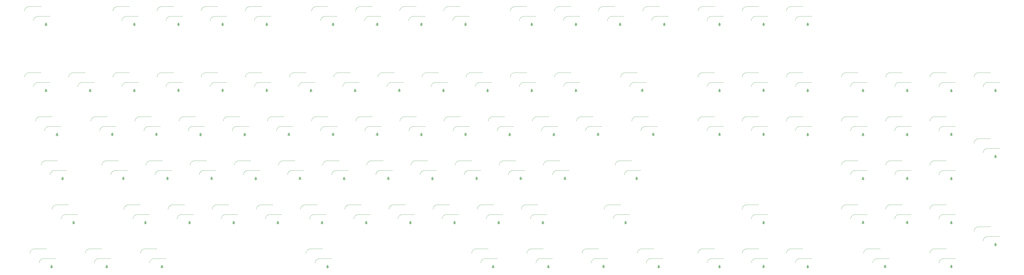
<source format=gbr>
%TF.GenerationSoftware,KiCad,Pcbnew,8.0.5*%
%TF.CreationDate,2025-06-07T17:07:02-07:00*%
%TF.ProjectId,Full Keyboard,46756c6c-204b-4657-9962-6f6172642e6b,2.0.0*%
%TF.SameCoordinates,Original*%
%TF.FileFunction,Legend,Bot*%
%TF.FilePolarity,Positive*%
%FSLAX46Y46*%
G04 Gerber Fmt 4.6, Leading zero omitted, Abs format (unit mm)*
G04 Created by KiCad (PCBNEW 8.0.5) date 2025-06-07 17:07:02*
%MOMM*%
%LPD*%
G01*
G04 APERTURE LIST*
%ADD10C,0.150000*%
%ADD11C,0.120000*%
G04 APERTURE END LIST*
D10*
D11*
%TO.C,"3"1*%
X165794946Y-251260029D02*
X170894946Y-251260029D01*
X169694946Y-255460029D02*
X174794946Y-255460029D01*
X163794946Y-253260029D02*
G75*
G02*
X165794946Y-251260029I1999999J1D01*
G01*
X167694946Y-257460029D02*
G75*
G02*
X169694946Y-255460029I1999999J1D01*
G01*
%TO.C,F5*%
X232469946Y-222685029D02*
X237569946Y-222685029D01*
X236369946Y-226885029D02*
X241469946Y-226885029D01*
X230469946Y-224685029D02*
G75*
G02*
X232469946Y-222685029I1999999J1D01*
G01*
X234369946Y-228885029D02*
G75*
G02*
X236369946Y-226885029I1999999J1D01*
G01*
%TO.C,PgDn1*%
X437257446Y-270310029D02*
X442357446Y-270310029D01*
X441157446Y-274510029D02*
X446257446Y-274510029D01*
X435257446Y-272310029D02*
G75*
G02*
X437257446Y-270310029I1999999J1D01*
G01*
X439157446Y-276510029D02*
G75*
G02*
X441157446Y-274510029I1999999J1D01*
G01*
%TO.C,Space1*%
X230088696Y-327460029D02*
X235188696Y-327460029D01*
X233988696Y-331660029D02*
X239088696Y-331660029D01*
X228088696Y-329460029D02*
G75*
G02*
X230088696Y-327460029I1999999J1D01*
G01*
X231988696Y-333660029D02*
G75*
G02*
X233988696Y-331660029I1999999J1D01*
G01*
%TO.C,"0"1*%
X299144946Y-251260029D02*
X304244946Y-251260029D01*
X303044946Y-255460029D02*
X308144946Y-255460029D01*
X297144946Y-253260029D02*
G75*
G02*
X299144946Y-251260029I1999999J1D01*
G01*
X301044946Y-257460029D02*
G75*
G02*
X303044946Y-255460029I1999999J1D01*
G01*
%TO.C,LeftWin1*%
X134838696Y-327460029D02*
X139938696Y-327460029D01*
X138738696Y-331660029D02*
X143838696Y-331660029D01*
X132838696Y-329460029D02*
G75*
G02*
X134838696Y-327460029I1999999J1D01*
G01*
X136738696Y-333660029D02*
G75*
G02*
X138738696Y-331660029I1999999J1D01*
G01*
%TO.C,}1*%
X346769946Y-270310029D02*
X351869946Y-270310029D01*
X350669946Y-274510029D02*
X355769946Y-274510029D01*
X344769946Y-272310029D02*
G75*
G02*
X346769946Y-270310029I1999999J1D01*
G01*
X348669946Y-276510029D02*
G75*
G02*
X350669946Y-274510029I1999999J1D01*
G01*
%TO.C,Tilde1*%
X108644946Y-251260029D02*
X113744946Y-251260029D01*
X112544946Y-255460029D02*
X117644946Y-255460029D01*
X106644946Y-253260029D02*
G75*
G02*
X108644946Y-251260029I1999999J1D01*
G01*
X110544946Y-257460029D02*
G75*
G02*
X112544946Y-255460029I1999999J1D01*
G01*
%TO.C,End1*%
X418207446Y-270310029D02*
X423307446Y-270310029D01*
X422107446Y-274510029D02*
X427207446Y-274510029D01*
X416207446Y-272310029D02*
G75*
G02*
X418207446Y-270310029I1999999J1D01*
G01*
X420107446Y-276510029D02*
G75*
G02*
X422107446Y-274510029I1999999J1D01*
G01*
%TO.C,Num+1*%
X518219946Y-279835029D02*
X523319946Y-279835029D01*
X522119946Y-284035029D02*
X527219946Y-284035029D01*
X516219946Y-281835029D02*
G75*
G02*
X518219946Y-279835029I1999999J1D01*
G01*
X520119946Y-286035029D02*
G75*
G02*
X522119946Y-284035029I1999999J1D01*
G01*
%TO.C,;1*%
X313432446Y-289360029D02*
X318532446Y-289360029D01*
X317332446Y-293560029D02*
X322432446Y-293560029D01*
X311432446Y-291360029D02*
G75*
G02*
X313432446Y-289360029I1999999J1D01*
G01*
X315332446Y-295560029D02*
G75*
G02*
X317332446Y-293560029I1999999J1D01*
G01*
%TO.C,\u005C1*%
X370582446Y-270310029D02*
X375682446Y-270310029D01*
X374482446Y-274510029D02*
X379582446Y-274510029D01*
X368582446Y-272310029D02*
G75*
G02*
X370582446Y-270310029I1999999J1D01*
G01*
X372482446Y-276510029D02*
G75*
G02*
X374482446Y-274510029I1999999J1D01*
G01*
%TO.C,D105*%
X180082446Y-289360029D02*
X185182446Y-289360029D01*
X183982446Y-293560029D02*
X189082446Y-293560029D01*
X178082446Y-291360029D02*
G75*
G02*
X180082446Y-289360029I1999999J1D01*
G01*
X181982446Y-295560029D02*
G75*
G02*
X183982446Y-293560029I1999999J1D01*
G01*
%TO.C,"1"1*%
X127694946Y-251260029D02*
X132794946Y-251260029D01*
X131594946Y-255460029D02*
X136694946Y-255460029D01*
X125694946Y-253260029D02*
G75*
G02*
X127694946Y-251260029I1999999J1D01*
G01*
X129594946Y-257460029D02*
G75*
G02*
X131594946Y-255460029I1999999J1D01*
G01*
%TO.C,Backspace1*%
X365819946Y-251260029D02*
X370919946Y-251260029D01*
X369719946Y-255460029D02*
X374819946Y-255460029D01*
X363819946Y-253260029D02*
G75*
G02*
X365819946Y-251260029I1999999J1D01*
G01*
X367719946Y-257460029D02*
G75*
G02*
X369719946Y-255460029I1999999J1D01*
G01*
%TO.C,"8"1*%
X261044946Y-251260029D02*
X266144946Y-251260029D01*
X264944946Y-255460029D02*
X270044946Y-255460029D01*
X259044946Y-253260029D02*
G75*
G02*
X261044946Y-251260029I1999999J1D01*
G01*
X262944946Y-257460029D02*
G75*
G02*
X264944946Y-255460029I1999999J1D01*
G01*
%TO.C,RightControl1*%
X372963696Y-327460029D02*
X378063696Y-327460029D01*
X376863696Y-331660029D02*
X381963696Y-331660029D01*
X370963696Y-329460029D02*
G75*
G02*
X372963696Y-327460029I1999999J1D01*
G01*
X374863696Y-333660029D02*
G75*
G02*
X376863696Y-331660029I1999999J1D01*
G01*
%TO.C,LeftArrow1*%
X399157446Y-327460029D02*
X404257446Y-327460029D01*
X403057446Y-331660029D02*
X408157446Y-331660029D01*
X397157446Y-329460029D02*
G75*
G02*
X399157446Y-327460029I1999999J1D01*
G01*
X401057446Y-333660029D02*
G75*
G02*
X403057446Y-331660029I1999999J1D01*
G01*
%TO.C,PgUp1*%
X437257446Y-251260029D02*
X442357446Y-251260029D01*
X441157446Y-255460029D02*
X446257446Y-255460029D01*
X435257446Y-253260029D02*
G75*
G02*
X437257446Y-251260029I1999999J1D01*
G01*
X439157446Y-257460029D02*
G75*
G02*
X441157446Y-255460029I1999999J1D01*
G01*
%TO.C,J2*%
X256282446Y-289360029D02*
X261382446Y-289360029D01*
X260182446Y-293560029D02*
X265282446Y-293560029D01*
X254282446Y-291360029D02*
G75*
G02*
X256282446Y-289360029I1999999J1D01*
G01*
X258182446Y-295560029D02*
G75*
G02*
X260182446Y-293560029I1999999J1D01*
G01*
%TO.C,Num3*%
X499169946Y-308410029D02*
X504269946Y-308410029D01*
X503069946Y-312610029D02*
X508169946Y-312610029D01*
X497169946Y-310410029D02*
G75*
G02*
X499169946Y-308410029I1999999J1D01*
G01*
X501069946Y-314610029D02*
G75*
G02*
X503069946Y-312610029I1999999J1D01*
G01*
%TO.C,P1*%
X308669946Y-270310029D02*
X313769946Y-270310029D01*
X312569946Y-274510029D02*
X317669946Y-274510029D01*
X306669946Y-272310029D02*
G75*
G02*
X308669946Y-270310029I1999999J1D01*
G01*
X310569946Y-276510029D02*
G75*
G02*
X312569946Y-274510029I1999999J1D01*
G01*
%TO.C,Num.1*%
X499169946Y-327460029D02*
X504269946Y-327460029D01*
X503069946Y-331660029D02*
X508169946Y-331660029D01*
X497169946Y-329460029D02*
G75*
G02*
X499169946Y-327460029I1999999J1D01*
G01*
X501069946Y-333660029D02*
G75*
G02*
X503069946Y-331660029I1999999J1D01*
G01*
%TO.C,"4"1*%
X184844946Y-251260029D02*
X189944946Y-251260029D01*
X188744946Y-255460029D02*
X193844946Y-255460029D01*
X182844946Y-253260029D02*
G75*
G02*
X184844946Y-251260029I1999999J1D01*
G01*
X186744946Y-257460029D02*
G75*
G02*
X188744946Y-255460029I1999999J1D01*
G01*
%TO.C,Home1*%
X418207446Y-251260029D02*
X423307446Y-251260029D01*
X422107446Y-255460029D02*
X427207446Y-255460029D01*
X416207446Y-253260029D02*
G75*
G02*
X418207446Y-251260029I1999999J1D01*
G01*
X420107446Y-257460029D02*
G75*
G02*
X422107446Y-255460029I1999999J1D01*
G01*
%TO.C,Num-1*%
X518219946Y-251260029D02*
X523319946Y-251260029D01*
X522119946Y-255460029D02*
X527219946Y-255460029D01*
X516219946Y-253260029D02*
G75*
G02*
X518219946Y-251260029I1999999J1D01*
G01*
X520119946Y-257460029D02*
G75*
G02*
X522119946Y-255460029I1999999J1D01*
G01*
%TO.C,F10*%
X337194946Y-222685029D02*
X342294946Y-222685029D01*
X341094946Y-226885029D02*
X346194946Y-226885029D01*
X335194946Y-224685029D02*
G75*
G02*
X337194946Y-222685029I1999999J1D01*
G01*
X339094946Y-228885029D02*
G75*
G02*
X341094946Y-226885029I1999999J1D01*
G01*
%TO.C,F8*%
X289469946Y-222685029D02*
X294569946Y-222685029D01*
X293369946Y-226885029D02*
X298469946Y-226885029D01*
X287469946Y-224685029D02*
G75*
G02*
X289469946Y-222685029I1999999J1D01*
G01*
X291369946Y-228885029D02*
G75*
G02*
X293369946Y-226885029I1999999J1D01*
G01*
%TO.C,F4*%
X203894946Y-222685029D02*
X208994946Y-222685029D01*
X207794946Y-226885029D02*
X212894946Y-226885029D01*
X201894946Y-224685029D02*
G75*
G02*
X203894946Y-222685029I1999999J1D01*
G01*
X205794946Y-228885029D02*
G75*
G02*
X207794946Y-226885029I1999999J1D01*
G01*
%TO.C,"1*%
X332482446Y-289360029D02*
X337582446Y-289360029D01*
X336382446Y-293560029D02*
X341482446Y-293560029D01*
X330482446Y-291360029D02*
G75*
G02*
X332482446Y-289360029I1999999J1D01*
G01*
X334382446Y-295560029D02*
G75*
G02*
X336382446Y-293560029I1999999J1D01*
G01*
%TO.C,Func1*%
X146744946Y-222685029D02*
X151844946Y-222685029D01*
X150644946Y-226885029D02*
X155744946Y-226885029D01*
X144744946Y-224685029D02*
G75*
G02*
X146744946Y-222685029I1999999J1D01*
G01*
X148644946Y-228885029D02*
G75*
G02*
X150644946Y-226885029I1999999J1D01*
G01*
%TO.C,"5"1*%
X203894946Y-251260029D02*
X208994946Y-251260029D01*
X207794946Y-255460029D02*
X212894946Y-255460029D01*
X201894946Y-253260029D02*
G75*
G02*
X203894946Y-251260029I1999999J1D01*
G01*
X205794946Y-257460029D02*
G75*
G02*
X207794946Y-255460029I1999999J1D01*
G01*
%TO.C,"-"1*%
X318194946Y-251260029D02*
X323294946Y-251260029D01*
X322094946Y-255460029D02*
X327194946Y-255460029D01*
X316194946Y-253260029D02*
G75*
G02*
X318194946Y-251260029I1999999J1D01*
G01*
X320094946Y-257460029D02*
G75*
G02*
X322094946Y-255460029I1999999J1D01*
G01*
%TO.C,"6"1*%
X222944946Y-251260029D02*
X228044946Y-251260029D01*
X226844946Y-255460029D02*
X231944946Y-255460029D01*
X220944946Y-253260029D02*
G75*
G02*
X222944946Y-251260029I1999999J1D01*
G01*
X224844946Y-257460029D02*
G75*
G02*
X226844946Y-255460029I1999999J1D01*
G01*
%TO.C,F13*%
X199132446Y-289360029D02*
X204232446Y-289360029D01*
X203032446Y-293560029D02*
X208132446Y-293560029D01*
X197132446Y-291360029D02*
G75*
G02*
X199132446Y-289360029I1999999J1D01*
G01*
X201032446Y-295560029D02*
G75*
G02*
X203032446Y-293560029I1999999J1D01*
G01*
%TO.C,L1*%
X294382446Y-289360029D02*
X299482446Y-289360029D01*
X298282446Y-293560029D02*
X303382446Y-293560029D01*
X292382446Y-291360029D02*
G75*
G02*
X294382446Y-289360029I1999999J1D01*
G01*
X296282446Y-295560029D02*
G75*
G02*
X298282446Y-293560029I1999999J1D01*
G01*
%TO.C,Shift1*%
X120551196Y-308410029D02*
X125651196Y-308410029D01*
X124451196Y-312610029D02*
X129551196Y-312610029D01*
X118551196Y-310410029D02*
G75*
G02*
X120551196Y-308410029I1999999J1D01*
G01*
X122451196Y-314610029D02*
G75*
G02*
X124451196Y-312610029I1999999J1D01*
G01*
%TO.C,Delete1*%
X399157446Y-270310029D02*
X404257446Y-270310029D01*
X403057446Y-274510029D02*
X408157446Y-274510029D01*
X397157446Y-272310029D02*
G75*
G02*
X399157446Y-270310029I1999999J1D01*
G01*
X401057446Y-276510029D02*
G75*
G02*
X403057446Y-274510029I1999999J1D01*
G01*
%TO.C,Num9*%
X499169946Y-270310029D02*
X504269946Y-270310029D01*
X503069946Y-274510029D02*
X508169946Y-274510029D01*
X497169946Y-272310029D02*
G75*
G02*
X499169946Y-270310029I1999999J1D01*
G01*
X501069946Y-276510029D02*
G75*
G02*
X503069946Y-274510029I1999999J1D01*
G01*
%TO.C,F7*%
X270469946Y-222685029D02*
X275569946Y-222685029D01*
X274369946Y-226885029D02*
X279469946Y-226885029D01*
X268469946Y-224685029D02*
G75*
G02*
X270469946Y-222685029I1999999J1D01*
G01*
X272369946Y-228885029D02*
G75*
G02*
X274369946Y-226885029I1999999J1D01*
G01*
%TO.C,Menu1*%
X349151196Y-327460029D02*
X354251196Y-327460029D01*
X353051196Y-331660029D02*
X358151196Y-331660029D01*
X347151196Y-329460029D02*
G75*
G02*
X349151196Y-327460029I1999999J1D01*
G01*
X351051196Y-333660029D02*
G75*
G02*
X353051196Y-331660029I1999999J1D01*
G01*
%TO.C,Num6*%
X499169946Y-289360029D02*
X504269946Y-289360029D01*
X503069946Y-293560029D02*
X508169946Y-293560029D01*
X497169946Y-291360029D02*
G75*
G02*
X499169946Y-289360029I1999999J1D01*
G01*
X501069946Y-295560029D02*
G75*
G02*
X503069946Y-293560029I1999999J1D01*
G01*
%TO.C,NumEnter1*%
X518219946Y-317935029D02*
X523319946Y-317935029D01*
X522119946Y-322135029D02*
X527219946Y-322135029D01*
X516219946Y-319935029D02*
G75*
G02*
X518219946Y-317935029I1999999J1D01*
G01*
X520119946Y-324135029D02*
G75*
G02*
X522119946Y-322135029I1999999J1D01*
G01*
%TO.C,T1*%
X213419946Y-270310029D02*
X218519946Y-270310029D01*
X217319946Y-274510029D02*
X222419946Y-274510029D01*
X211419946Y-272310029D02*
G75*
G02*
X213419946Y-270310029I1999999J1D01*
G01*
X215319946Y-276510029D02*
G75*
G02*
X217319946Y-274510029I1999999J1D01*
G01*
%TO.C,F11*%
X356194946Y-222685029D02*
X361294946Y-222685029D01*
X360094946Y-226885029D02*
X365194946Y-226885029D01*
X354194946Y-224685029D02*
G75*
G02*
X356194946Y-222685029I1999999J1D01*
G01*
X358094946Y-228885029D02*
G75*
G02*
X360094946Y-226885029I1999999J1D01*
G01*
%TO.C,I1*%
X270569946Y-270310029D02*
X275669946Y-270310029D01*
X274469946Y-274510029D02*
X279569946Y-274510029D01*
X268569946Y-272310029D02*
G75*
G02*
X270569946Y-270310029I1999999J1D01*
G01*
X272469946Y-276510029D02*
G75*
G02*
X274469946Y-274510029I1999999J1D01*
G01*
%TO.C,Q1*%
X137219946Y-270310029D02*
X142319946Y-270310029D01*
X141119946Y-274510029D02*
X146219946Y-274510029D01*
X135219946Y-272310029D02*
G75*
G02*
X137219946Y-270310029I1999999J1D01*
G01*
X139119946Y-276510029D02*
G75*
G02*
X141119946Y-274510029I1999999J1D01*
G01*
%TO.C,{1*%
X327719946Y-270310029D02*
X332819946Y-270310029D01*
X331619946Y-274510029D02*
X336719946Y-274510029D01*
X325719946Y-272310029D02*
G75*
G02*
X327719946Y-270310029I1999999J1D01*
G01*
X329619946Y-276510029D02*
G75*
G02*
X331619946Y-274510029I1999999J1D01*
G01*
%TO.C,F9*%
X318194946Y-222685029D02*
X323294946Y-222685029D01*
X322094946Y-226885029D02*
X327194946Y-226885029D01*
X316194946Y-224685029D02*
G75*
G02*
X318194946Y-222685029I1999999J1D01*
G01*
X320094946Y-228885029D02*
G75*
G02*
X322094946Y-226885029I1999999J1D01*
G01*
%TO.C,G1*%
X218182446Y-289360029D02*
X223282446Y-289360029D01*
X222082446Y-293560029D02*
X227182446Y-293560029D01*
X216182446Y-291360029D02*
G75*
G02*
X218182446Y-289360029I1999999J1D01*
G01*
X220082446Y-295560029D02*
G75*
G02*
X222082446Y-293560029I1999999J1D01*
G01*
%TO.C,RightWin1*%
X325338696Y-327460029D02*
X330438696Y-327460029D01*
X329238696Y-331660029D02*
X334338696Y-331660029D01*
X323338696Y-329460029D02*
G75*
G02*
X325338696Y-327460029I1999999J1D01*
G01*
X327238696Y-333660029D02*
G75*
G02*
X329238696Y-331660029I1999999J1D01*
G01*
%TO.C,Num2*%
X480119946Y-308410029D02*
X485219946Y-308410029D01*
X484019946Y-312610029D02*
X489119946Y-312610029D01*
X478119946Y-310410029D02*
G75*
G02*
X480119946Y-308410029I1999999J1D01*
G01*
X482019946Y-314610029D02*
G75*
G02*
X484019946Y-312610029I1999999J1D01*
G01*
%TO.C,F3*%
X184844946Y-222685029D02*
X189944946Y-222685029D01*
X188744946Y-226885029D02*
X193844946Y-226885029D01*
X182844946Y-224685029D02*
G75*
G02*
X184844946Y-222685029I1999999J1D01*
G01*
X186744946Y-228885029D02*
G75*
G02*
X188744946Y-226885029I1999999J1D01*
G01*
%TO.C,RightShift1*%
X358676196Y-308410029D02*
X363776196Y-308410029D01*
X362576196Y-312610029D02*
X367676196Y-312610029D01*
X356676196Y-310410029D02*
G75*
G02*
X358676196Y-308410029I1999999J1D01*
G01*
X360576196Y-314610029D02*
G75*
G02*
X362576196Y-312610029I1999999J1D01*
G01*
%TO.C,O1*%
X289619946Y-270310029D02*
X294719946Y-270310029D01*
X293519946Y-274510029D02*
X298619946Y-274510029D01*
X287619946Y-272310029D02*
G75*
G02*
X289619946Y-270310029I1999999J1D01*
G01*
X291519946Y-276510029D02*
G75*
G02*
X293519946Y-274510029I1999999J1D01*
G01*
%TO.C,B1*%
X227707446Y-308410029D02*
X232807446Y-308410029D01*
X231607446Y-312610029D02*
X236707446Y-312610029D01*
X225707446Y-310410029D02*
G75*
G02*
X227707446Y-308410029I1999999J1D01*
G01*
X229607446Y-314610029D02*
G75*
G02*
X231607446Y-312610029I1999999J1D01*
G01*
%TO.C,Z1*%
X151507446Y-308410029D02*
X156607446Y-308410029D01*
X155407446Y-312610029D02*
X160507446Y-312610029D01*
X149507446Y-310410029D02*
G75*
G02*
X151507446Y-308410029I1999999J1D01*
G01*
X153407446Y-314610029D02*
G75*
G02*
X155407446Y-312610029I1999999J1D01*
G01*
%TO.C,K1*%
X275332446Y-289360029D02*
X280432446Y-289360029D01*
X279232446Y-293560029D02*
X284332446Y-293560029D01*
X273332446Y-291360029D02*
G75*
G02*
X275332446Y-289360029I1999999J1D01*
G01*
X277232446Y-295560029D02*
G75*
G02*
X279232446Y-293560029I1999999J1D01*
G01*
%TO.C,Y1*%
X232469946Y-270310029D02*
X237569946Y-270310029D01*
X236369946Y-274510029D02*
X241469946Y-274510029D01*
X230469946Y-272310029D02*
G75*
G02*
X232469946Y-270310029I1999999J1D01*
G01*
X234369946Y-276510029D02*
G75*
G02*
X236369946Y-274510029I1999999J1D01*
G01*
%TO.C,A1*%
X141982446Y-289360029D02*
X147082446Y-289360029D01*
X145882446Y-293560029D02*
X150982446Y-293560029D01*
X139982446Y-291360029D02*
G75*
G02*
X141982446Y-289360029I1999999J1D01*
G01*
X143882446Y-295560029D02*
G75*
G02*
X145882446Y-293560029I1999999J1D01*
G01*
%TO.C,>1*%
X303907446Y-308410029D02*
X309007446Y-308410029D01*
X307807446Y-312610029D02*
X312907446Y-312610029D01*
X301907446Y-310410029D02*
G75*
G02*
X303907446Y-308410029I1999999J1D01*
G01*
X305807446Y-314610029D02*
G75*
G02*
X307807446Y-312610029I1999999J1D01*
G01*
%TO.C,RightAlt1*%
X301526196Y-327460029D02*
X306626196Y-327460029D01*
X305426196Y-331660029D02*
X310526196Y-331660029D01*
X299526196Y-329460029D02*
G75*
G02*
X301526196Y-327460029I1999999J1D01*
G01*
X303426196Y-333660029D02*
G75*
G02*
X305426196Y-331660029I1999999J1D01*
G01*
%TO.C,"="1*%
X337244946Y-251260029D02*
X342344946Y-251260029D01*
X341144946Y-255460029D02*
X346244946Y-255460029D01*
X335244946Y-253260029D02*
G75*
G02*
X337244946Y-251260029I1999999J1D01*
G01*
X339144946Y-257460029D02*
G75*
G02*
X341144946Y-255460029I1999999J1D01*
G01*
%TO.C,"2"1*%
X146744946Y-251260029D02*
X151844946Y-251260029D01*
X150644946Y-255460029D02*
X155744946Y-255460029D01*
X144744946Y-253260029D02*
G75*
G02*
X146744946Y-251260029I1999999J1D01*
G01*
X148644946Y-257460029D02*
G75*
G02*
X150644946Y-255460029I1999999J1D01*
G01*
%TO.C,"7"1*%
X241994946Y-251260029D02*
X247094946Y-251260029D01*
X245894946Y-255460029D02*
X250994946Y-255460029D01*
X239994946Y-253260029D02*
G75*
G02*
X241994946Y-251260029I1999999J1D01*
G01*
X243894946Y-257460029D02*
G75*
G02*
X245894946Y-255460029I1999999J1D01*
G01*
%TO.C,Num8*%
X480119946Y-270310029D02*
X485219946Y-270310029D01*
X484019946Y-274510029D02*
X489119946Y-274510029D01*
X478119946Y-272310029D02*
G75*
G02*
X480119946Y-270310029I1999999J1D01*
G01*
X482019946Y-276510029D02*
G75*
G02*
X484019946Y-274510029I1999999J1D01*
G01*
%TO.C,H1*%
X237232446Y-289360029D02*
X242332446Y-289360029D01*
X241132446Y-293560029D02*
X246232446Y-293560029D01*
X235232446Y-291360029D02*
G75*
G02*
X237232446Y-289360029I1999999J1D01*
G01*
X239132446Y-295560029D02*
G75*
G02*
X241132446Y-293560029I1999999J1D01*
G01*
%TO.C,Enter1*%
X363438696Y-289360029D02*
X368538696Y-289360029D01*
X367338696Y-293560029D02*
X372438696Y-293560029D01*
X361438696Y-291360029D02*
G75*
G02*
X363438696Y-289360029I1999999J1D01*
G01*
X365338696Y-295560029D02*
G75*
G02*
X367338696Y-293560029I1999999J1D01*
G01*
%TO.C,"?"1*%
X322957446Y-308410029D02*
X328057446Y-308410029D01*
X326857446Y-312610029D02*
X331957446Y-312610029D01*
X320957446Y-310410029D02*
G75*
G02*
X322957446Y-308410029I1999999J1D01*
G01*
X324857446Y-314610029D02*
G75*
G02*
X326857446Y-312610029I1999999J1D01*
G01*
%TO.C,U2*%
X251519946Y-270310029D02*
X256619946Y-270310029D01*
X255419946Y-274510029D02*
X260519946Y-274510029D01*
X249519946Y-272310029D02*
G75*
G02*
X251519946Y-270310029I1999999J1D01*
G01*
X253419946Y-276510029D02*
G75*
G02*
X255419946Y-274510029I1999999J1D01*
G01*
%TO.C,Num/1*%
X480119946Y-251260029D02*
X485219946Y-251260029D01*
X484019946Y-255460029D02*
X489119946Y-255460029D01*
X478119946Y-253260029D02*
G75*
G02*
X480119946Y-251260029I1999999J1D01*
G01*
X482019946Y-257460029D02*
G75*
G02*
X484019946Y-255460029I1999999J1D01*
G01*
%TO.C,F2*%
X165794946Y-222685029D02*
X170894946Y-222685029D01*
X169694946Y-226885029D02*
X174794946Y-226885029D01*
X163794946Y-224685029D02*
G75*
G02*
X165794946Y-222685029I1999999J1D01*
G01*
X167694946Y-228885029D02*
G75*
G02*
X169694946Y-226885029I1999999J1D01*
G01*
%TO.C,Num7*%
X461069946Y-270310029D02*
X466169946Y-270310029D01*
X464969946Y-274510029D02*
X470069946Y-274510029D01*
X459069946Y-272310029D02*
G75*
G02*
X461069946Y-270310029I1999999J1D01*
G01*
X462969946Y-276510029D02*
G75*
G02*
X464969946Y-274510029I1999999J1D01*
G01*
%TO.C,UpArrow1*%
X418207446Y-308410029D02*
X423307446Y-308410029D01*
X422107446Y-312610029D02*
X427207446Y-312610029D01*
X416207446Y-310410029D02*
G75*
G02*
X418207446Y-308410029I1999999J1D01*
G01*
X420107446Y-314610029D02*
G75*
G02*
X422107446Y-312610029I1999999J1D01*
G01*
%TO.C,E1*%
X175319946Y-270310029D02*
X180419946Y-270310029D01*
X179219946Y-274510029D02*
X184319946Y-274510029D01*
X173319946Y-272310029D02*
G75*
G02*
X175319946Y-270310029I1999999J1D01*
G01*
X177219946Y-276510029D02*
G75*
G02*
X179219946Y-274510029I1999999J1D01*
G01*
%TO.C,"9"1*%
X280094946Y-251260029D02*
X285194946Y-251260029D01*
X283994946Y-255460029D02*
X289094946Y-255460029D01*
X278094946Y-253260029D02*
G75*
G02*
X280094946Y-251260029I1999999J1D01*
G01*
X281994946Y-257460029D02*
G75*
G02*
X283994946Y-255460029I1999999J1D01*
G01*
%TO.C,LeftAlt1*%
X158651196Y-327460029D02*
X163751196Y-327460029D01*
X162551196Y-331660029D02*
X167651196Y-331660029D01*
X156651196Y-329460029D02*
G75*
G02*
X158651196Y-327460029I1999999J1D01*
G01*
X160551196Y-333660029D02*
G75*
G02*
X162551196Y-331660029I1999999J1D01*
G01*
%TO.C,ESC1*%
X108644946Y-222685029D02*
X113744946Y-222685029D01*
X112544946Y-226885029D02*
X117644946Y-226885029D01*
X106644946Y-224685029D02*
G75*
G02*
X108644946Y-222685029I1999999J1D01*
G01*
X110544946Y-228885029D02*
G75*
G02*
X112544946Y-226885029I1999999J1D01*
G01*
%TO.C,W1*%
X156269946Y-270310029D02*
X161369946Y-270310029D01*
X160169946Y-274510029D02*
X165269946Y-274510029D01*
X154269946Y-272310029D02*
G75*
G02*
X156269946Y-270310029I1999999J1D01*
G01*
X158169946Y-276510029D02*
G75*
G02*
X160169946Y-274510029I1999999J1D01*
G01*
%TO.C,<1*%
X284857446Y-308410029D02*
X289957446Y-308410029D01*
X288757446Y-312610029D02*
X293857446Y-312610029D01*
X282857446Y-310410029D02*
G75*
G02*
X284857446Y-308410029I1999999J1D01*
G01*
X286757446Y-314610029D02*
G75*
G02*
X288757446Y-312610029I1999999J1D01*
G01*
%TO.C,PauseBreak1*%
X437257446Y-222685029D02*
X442357446Y-222685029D01*
X441157446Y-226885029D02*
X446257446Y-226885029D01*
X435257446Y-224685029D02*
G75*
G02*
X437257446Y-222685029I1999999J1D01*
G01*
X439157446Y-228885029D02*
G75*
G02*
X441157446Y-226885029I1999999J1D01*
G01*
%TO.C,M1*%
X265807446Y-308410029D02*
X270907446Y-308410029D01*
X269707446Y-312610029D02*
X274807446Y-312610029D01*
X263807446Y-310410029D02*
G75*
G02*
X265807446Y-308410029I1999999J1D01*
G01*
X267707446Y-314610029D02*
G75*
G02*
X269707446Y-312610029I1999999J1D01*
G01*
%TO.C,Num\u002A1*%
X499169946Y-251260029D02*
X504269946Y-251260029D01*
X503069946Y-255460029D02*
X508169946Y-255460029D01*
X497169946Y-253260029D02*
G75*
G02*
X499169946Y-251260029I1999999J1D01*
G01*
X501069946Y-257460029D02*
G75*
G02*
X503069946Y-255460029I1999999J1D01*
G01*
%TO.C,Num5*%
X480119946Y-289360029D02*
X485219946Y-289360029D01*
X484019946Y-293560029D02*
X489119946Y-293560029D01*
X478119946Y-291360029D02*
G75*
G02*
X480119946Y-289360029I1999999J1D01*
G01*
X482019946Y-295560029D02*
G75*
G02*
X484019946Y-293560029I1999999J1D01*
G01*
%TO.C,Num4*%
X461069946Y-289360029D02*
X466169946Y-289360029D01*
X464969946Y-293560029D02*
X470069946Y-293560029D01*
X459069946Y-291360029D02*
G75*
G02*
X461069946Y-289360029I1999999J1D01*
G01*
X462969946Y-295560029D02*
G75*
G02*
X464969946Y-293560029I1999999J1D01*
G01*
%TO.C,ScrollLock1*%
X418207446Y-222685029D02*
X423307446Y-222685029D01*
X422107446Y-226885029D02*
X427207446Y-226885029D01*
X416207446Y-224685029D02*
G75*
G02*
X418207446Y-222685029I1999999J1D01*
G01*
X420107446Y-228885029D02*
G75*
G02*
X422107446Y-226885029I1999999J1D01*
G01*
%TO.C,DownArrow1*%
X418207446Y-327460029D02*
X423307446Y-327460029D01*
X422107446Y-331660029D02*
X427207446Y-331660029D01*
X416207446Y-329460029D02*
G75*
G02*
X418207446Y-327460029I1999999J1D01*
G01*
X420107446Y-333660029D02*
G75*
G02*
X422107446Y-331660029I1999999J1D01*
G01*
%TO.C,V1*%
X208657446Y-308410029D02*
X213757446Y-308410029D01*
X212557446Y-312610029D02*
X217657446Y-312610029D01*
X206657446Y-310410029D02*
G75*
G02*
X208657446Y-308410029I1999999J1D01*
G01*
X210557446Y-314610029D02*
G75*
G02*
X212557446Y-312610029I1999999J1D01*
G01*
%TO.C,R4*%
X194369946Y-270310029D02*
X199469946Y-270310029D01*
X198269946Y-274510029D02*
X203369946Y-274510029D01*
X192369946Y-272310029D02*
G75*
G02*
X194369946Y-270310029I1999999J1D01*
G01*
X196269946Y-276510029D02*
G75*
G02*
X198269946Y-274510029I1999999J1D01*
G01*
%TO.C,Num1*%
X461069946Y-308410029D02*
X466169946Y-308410029D01*
X464969946Y-312610029D02*
X470069946Y-312610029D01*
X459069946Y-310410029D02*
G75*
G02*
X461069946Y-308410029I1999999J1D01*
G01*
X462969946Y-314610029D02*
G75*
G02*
X464969946Y-312610029I1999999J1D01*
G01*
%TO.C,X1*%
X170557446Y-308410029D02*
X175657446Y-308410029D01*
X174457446Y-312610029D02*
X179557446Y-312610029D01*
X168557446Y-310410029D02*
G75*
G02*
X170557446Y-308410029I1999999J1D01*
G01*
X172457446Y-314610029D02*
G75*
G02*
X174457446Y-312610029I1999999J1D01*
G01*
%TO.C,Num0*%
X470594946Y-327460029D02*
X475694946Y-327460029D01*
X474494946Y-331660029D02*
X479594946Y-331660029D01*
X468594946Y-329460029D02*
G75*
G02*
X470594946Y-327460029I1999999J1D01*
G01*
X472494946Y-333660029D02*
G75*
G02*
X474494946Y-331660029I1999999J1D01*
G01*
%TO.C,Tab1*%
X113407446Y-270310029D02*
X118507446Y-270310029D01*
X117307446Y-274510029D02*
X122407446Y-274510029D01*
X111407446Y-272310029D02*
G75*
G02*
X113407446Y-270310029I1999999J1D01*
G01*
X115307446Y-276510029D02*
G75*
G02*
X117307446Y-274510029I1999999J1D01*
G01*
%TO.C,CapsLock1*%
X115788696Y-289360029D02*
X120888696Y-289360029D01*
X119688696Y-293560029D02*
X124788696Y-293560029D01*
X113788696Y-291360029D02*
G75*
G02*
X115788696Y-289360029I1999999J1D01*
G01*
X117688696Y-295560029D02*
G75*
G02*
X119688696Y-293560029I1999999J1D01*
G01*
%TO.C,PrtSc1*%
X399157446Y-222685029D02*
X404257446Y-222685029D01*
X403057446Y-226885029D02*
X408157446Y-226885029D01*
X397157446Y-224685029D02*
G75*
G02*
X399157446Y-222685029I1999999J1D01*
G01*
X401057446Y-228885029D02*
G75*
G02*
X403057446Y-226885029I1999999J1D01*
G01*
%TO.C,F6*%
X251469946Y-222685029D02*
X256569946Y-222685029D01*
X255369946Y-226885029D02*
X260469946Y-226885029D01*
X249469946Y-224685029D02*
G75*
G02*
X251469946Y-222685029I1999999J1D01*
G01*
X253369946Y-228885029D02*
G75*
G02*
X255369946Y-226885029I1999999J1D01*
G01*
%TO.C,Insert1*%
X399157446Y-251260029D02*
X404257446Y-251260029D01*
X403057446Y-255460029D02*
X408157446Y-255460029D01*
X397157446Y-253260029D02*
G75*
G02*
X399157446Y-251260029I1999999J1D01*
G01*
X401057446Y-257460029D02*
G75*
G02*
X403057446Y-255460029I1999999J1D01*
G01*
%TO.C,LeftControl1*%
X111026196Y-327460029D02*
X116126196Y-327460029D01*
X114926196Y-331660029D02*
X120026196Y-331660029D01*
X109026196Y-329460029D02*
G75*
G02*
X111026196Y-327460029I1999999J1D01*
G01*
X112926196Y-333660029D02*
G75*
G02*
X114926196Y-331660029I1999999J1D01*
G01*
%TO.C,N1*%
X246757446Y-308410029D02*
X251857446Y-308410029D01*
X250657446Y-312610029D02*
X255757446Y-312610029D01*
X244757446Y-310410029D02*
G75*
G02*
X246757446Y-308410029I1999999J1D01*
G01*
X248657446Y-314610029D02*
G75*
G02*
X250657446Y-312610029I1999999J1D01*
G01*
%TO.C,F12*%
X375324946Y-222685029D02*
X380424946Y-222685029D01*
X379224946Y-226885029D02*
X384324946Y-226885029D01*
X373324946Y-224685029D02*
G75*
G02*
X375324946Y-222685029I1999999J1D01*
G01*
X377224946Y-228885029D02*
G75*
G02*
X379224946Y-226885029I1999999J1D01*
G01*
%TO.C,RightArrow1*%
X437257446Y-327460029D02*
X442357446Y-327460029D01*
X441157446Y-331660029D02*
X446257446Y-331660029D01*
X435257446Y-329460029D02*
G75*
G02*
X437257446Y-327460029I1999999J1D01*
G01*
X439157446Y-333660029D02*
G75*
G02*
X441157446Y-331660029I1999999J1D01*
G01*
%TO.C,NumLock1*%
X461069946Y-251260029D02*
X466169946Y-251260029D01*
X464969946Y-255460029D02*
X470069946Y-255460029D01*
X459069946Y-253260029D02*
G75*
G02*
X461069946Y-251260029I1999999J1D01*
G01*
X462969946Y-257460029D02*
G75*
G02*
X464969946Y-255460029I1999999J1D01*
G01*
%TO.C,S1*%
X161032446Y-289360029D02*
X166132446Y-289360029D01*
X164932446Y-293560029D02*
X170032446Y-293560029D01*
X159032446Y-291360029D02*
G75*
G02*
X161032446Y-289360029I1999999J1D01*
G01*
X162932446Y-295560029D02*
G75*
G02*
X164932446Y-293560029I1999999J1D01*
G01*
%TO.C,C1*%
X189607446Y-308410029D02*
X194707446Y-308410029D01*
X193507446Y-312610029D02*
X198607446Y-312610029D01*
X187607446Y-310410029D02*
G75*
G02*
X189607446Y-308410029I1999999J1D01*
G01*
X191507446Y-314610029D02*
G75*
G02*
X193507446Y-312610029I1999999J1D01*
G01*
D10*
%TO.C,D93*%
X141561246Y-335496529D02*
X142111246Y-335496529D01*
X141711246Y-334896529D02*
X142511246Y-334896529D01*
X142111246Y-334396529D02*
X142111246Y-334896529D01*
X142111246Y-335496529D02*
X141711246Y-334896529D01*
X142111246Y-335496529D02*
X142111246Y-335896529D01*
X142511246Y-334896529D02*
X142111246Y-335496529D01*
X142661246Y-335496529D02*
X142111246Y-335496529D01*
%TO.C,D20*%
X172515546Y-259238729D02*
X173065546Y-259238729D01*
X172665546Y-258638729D02*
X173465546Y-258638729D01*
X173065546Y-258138729D02*
X173065546Y-258638729D01*
X173065546Y-259238729D02*
X172665546Y-258638729D01*
X173065546Y-259238729D02*
X173065546Y-259638729D01*
X173465546Y-258638729D02*
X173065546Y-259238729D01*
X173615546Y-259238729D02*
X173065546Y-259238729D01*
%TO.C,D77*%
X177277746Y-316447729D02*
X177827746Y-316447729D01*
X177427746Y-315847729D02*
X178227746Y-315847729D01*
X177827746Y-315347729D02*
X177827746Y-315847729D01*
X177827746Y-316447729D02*
X177427746Y-315847729D01*
X177827746Y-316447729D02*
X177827746Y-316847729D01*
X178227746Y-315847729D02*
X177827746Y-316447729D01*
X178377746Y-316447729D02*
X177827746Y-316447729D01*
%TO.C,D51*%
X377290146Y-278287529D02*
X377840146Y-278287529D01*
X377440146Y-277687529D02*
X378240146Y-277687529D01*
X377840146Y-277187529D02*
X377840146Y-277687529D01*
X377840146Y-278287529D02*
X377440146Y-277687529D01*
X377840146Y-278287529D02*
X377840146Y-278687529D01*
X378240146Y-277687529D02*
X377840146Y-278287529D01*
X378390146Y-278287529D02*
X377840146Y-278287529D01*
%TO.C,D45*%
X258235146Y-278287529D02*
X258785146Y-278287529D01*
X258385146Y-277687529D02*
X259185146Y-277687529D01*
X258785146Y-277187529D02*
X258785146Y-277687529D01*
X258785146Y-278287529D02*
X258385146Y-277687529D01*
X258785146Y-278287529D02*
X258785146Y-278687529D01*
X259185146Y-277687529D02*
X258785146Y-278287529D01*
X259335146Y-278287529D02*
X258785146Y-278287529D01*
%TO.C,D81*%
X253472946Y-316447729D02*
X254022946Y-316447729D01*
X253622946Y-315847729D02*
X254422946Y-315847729D01*
X254022946Y-315347729D02*
X254022946Y-315847729D01*
X254022946Y-316447729D02*
X253622946Y-315847729D01*
X254022946Y-316447729D02*
X254022946Y-316847729D01*
X254422946Y-315847729D02*
X254022946Y-316447729D01*
X254572946Y-316447729D02*
X254022946Y-316447729D01*
%TO.C,D30*%
X372527946Y-259238729D02*
X373077946Y-259238729D01*
X372677946Y-258638729D02*
X373477946Y-258638729D01*
X373077946Y-258138729D02*
X373077946Y-258638729D01*
X373077946Y-259238729D02*
X372677946Y-258638729D01*
X373077946Y-259238729D02*
X373077946Y-259638729D01*
X373477946Y-258638729D02*
X373077946Y-259238729D01*
X373627946Y-259238729D02*
X373077946Y-259238729D01*
%TO.C,D95*%
X236805246Y-335496529D02*
X237355246Y-335496529D01*
X236955246Y-334896529D02*
X237755246Y-334896529D01*
X237355246Y-334396529D02*
X237355246Y-334896529D01*
X237355246Y-335496529D02*
X236955246Y-334896529D01*
X237355246Y-335496529D02*
X237355246Y-335896529D01*
X237755246Y-334896529D02*
X237355246Y-335496529D01*
X237905246Y-335496529D02*
X237355246Y-335496529D01*
%TO.C,D53*%
X424912146Y-278287529D02*
X425462146Y-278287529D01*
X425062146Y-277687529D02*
X425862146Y-277687529D01*
X425462146Y-277187529D02*
X425462146Y-277687529D01*
X425462146Y-278287529D02*
X425062146Y-277687529D01*
X425462146Y-278287529D02*
X425462146Y-278687529D01*
X425862146Y-277687529D02*
X425462146Y-278287529D01*
X426012146Y-278287529D02*
X425462146Y-278287529D01*
%TO.C,D86*%
X365384646Y-316447729D02*
X365934646Y-316447729D01*
X365534646Y-315847729D02*
X366334646Y-315847729D01*
X365934646Y-315347729D02*
X365934646Y-315847729D01*
X365934646Y-316447729D02*
X365534646Y-315847729D01*
X365934646Y-316447729D02*
X365934646Y-316847729D01*
X366334646Y-315847729D02*
X365934646Y-316447729D01*
X366484646Y-316447729D02*
X365934646Y-316447729D01*
%TO.C,D50*%
X353479146Y-278287529D02*
X354029146Y-278287529D01*
X353629146Y-277687529D02*
X354429146Y-277687529D01*
X354029146Y-277187529D02*
X354029146Y-277687529D01*
X354029146Y-278287529D02*
X353629146Y-277687529D01*
X354029146Y-278287529D02*
X354029146Y-278687529D01*
X354429146Y-277687529D02*
X354029146Y-278287529D01*
X354579146Y-278287529D02*
X354029146Y-278287529D01*
%TO.C,D70*%
X339192546Y-297336329D02*
X339742546Y-297336329D01*
X339342546Y-296736329D02*
X340142546Y-296736329D01*
X339742546Y-296236329D02*
X339742546Y-296736329D01*
X339742546Y-297336329D02*
X339342546Y-296736329D01*
X339742546Y-297336329D02*
X339742546Y-297736329D01*
X340142546Y-296736329D02*
X339742546Y-297336329D01*
X340292546Y-297336329D02*
X339742546Y-297336329D01*
%TO.C,D71*%
X370146846Y-297336329D02*
X370696846Y-297336329D01*
X370296846Y-296736329D02*
X371096846Y-296736329D01*
X370696846Y-296236329D02*
X370696846Y-296736329D01*
X370696846Y-297336329D02*
X370296846Y-296736329D01*
X370696846Y-297336329D02*
X370696846Y-297736329D01*
X371096846Y-296736329D02*
X370696846Y-297336329D01*
X371246846Y-297336329D02*
X370696846Y-297336329D01*
%TO.C,D91*%
X524918346Y-325972129D02*
X525468346Y-325972129D01*
X525068346Y-325372129D02*
X525868346Y-325372129D01*
X525468346Y-324872129D02*
X525468346Y-325372129D01*
X525468346Y-325972129D02*
X525068346Y-325372129D01*
X525468346Y-325972129D02*
X525468346Y-326372129D01*
X525868346Y-325372129D02*
X525468346Y-325972129D01*
X526018346Y-325972129D02*
X525468346Y-325972129D01*
%TO.C,D85*%
X329668146Y-316447729D02*
X330218146Y-316447729D01*
X329818146Y-315847729D02*
X330618146Y-315847729D01*
X330218146Y-315347729D02*
X330218146Y-315847729D01*
X330218146Y-316447729D02*
X329818146Y-315847729D01*
X330218146Y-316447729D02*
X330218146Y-316847729D01*
X330618146Y-315847729D02*
X330218146Y-316447729D01*
X330768146Y-316447729D02*
X330218146Y-316447729D01*
%TO.C,D2*%
X153466746Y-230665529D02*
X154016746Y-230665529D01*
X153616746Y-230065529D02*
X154416746Y-230065529D01*
X154016746Y-229565529D02*
X154016746Y-230065529D01*
X154016746Y-230665529D02*
X153616746Y-230065529D01*
X154016746Y-230665529D02*
X154016746Y-231065529D01*
X154416746Y-230065529D02*
X154016746Y-230665529D01*
X154566746Y-230665529D02*
X154016746Y-230665529D01*
%TO.C,D27*%
X305857146Y-259301329D02*
X306407146Y-259301329D01*
X306007146Y-258701329D02*
X306807146Y-258701329D01*
X306407146Y-258201329D02*
X306407146Y-258701329D01*
X306407146Y-259301329D02*
X306007146Y-258701329D01*
X306407146Y-259301329D02*
X306407146Y-259701329D01*
X306807146Y-258701329D02*
X306407146Y-259301329D01*
X306957146Y-259301329D02*
X306407146Y-259301329D01*
%TO.C,D66*%
X262997346Y-297336329D02*
X263547346Y-297336329D01*
X263147346Y-296736329D02*
X263947346Y-296736329D01*
X263547346Y-296236329D02*
X263547346Y-296736329D01*
X263547346Y-297336329D02*
X263147346Y-296736329D01*
X263547346Y-297336329D02*
X263547346Y-297736329D01*
X263947346Y-296736329D02*
X263547346Y-297336329D01*
X264097346Y-297336329D02*
X263547346Y-297336329D01*
%TO.C,D90*%
X505869546Y-316447729D02*
X506419546Y-316447729D01*
X506019546Y-315847729D02*
X506819546Y-315847729D01*
X506419546Y-315347729D02*
X506419546Y-315847729D01*
X506419546Y-316447729D02*
X506019546Y-315847729D01*
X506419546Y-316447729D02*
X506419546Y-316847729D01*
X506819546Y-315847729D02*
X506419546Y-316447729D01*
X506969546Y-316447729D02*
X506419546Y-316447729D01*
%TO.C,D9*%
X296332746Y-230728129D02*
X296882746Y-230728129D01*
X296482746Y-230128129D02*
X297282746Y-230128129D01*
X296882746Y-229628129D02*
X296882746Y-230128129D01*
X296882746Y-230728129D02*
X296482746Y-230128129D01*
X296882746Y-230728129D02*
X296882746Y-231128129D01*
X297282746Y-230128129D02*
X296882746Y-230728129D01*
X297432746Y-230728129D02*
X296882746Y-230728129D01*
%TO.C,D14*%
X424912146Y-230665529D02*
X425462146Y-230665529D01*
X425062146Y-230065529D02*
X425862146Y-230065529D01*
X425462146Y-229565529D02*
X425462146Y-230065529D01*
X425462146Y-230665529D02*
X425062146Y-230065529D01*
X425462146Y-230665529D02*
X425462146Y-231065529D01*
X425862146Y-230065529D02*
X425462146Y-230665529D01*
X426012146Y-230665529D02*
X425462146Y-230665529D01*
%TO.C,D92*%
X117750246Y-335496529D02*
X118300246Y-335496529D01*
X117900246Y-334896529D02*
X118700246Y-334896529D01*
X118300246Y-334396529D02*
X118300246Y-334896529D01*
X118300246Y-335496529D02*
X117900246Y-334896529D01*
X118300246Y-335496529D02*
X118300246Y-335896529D01*
X118700246Y-334896529D02*
X118300246Y-335496529D01*
X118850246Y-335496529D02*
X118300246Y-335496529D01*
%TO.C,D5*%
X210613146Y-230728129D02*
X211163146Y-230728129D01*
X210763146Y-230128129D02*
X211563146Y-230128129D01*
X211163146Y-229628129D02*
X211163146Y-230128129D01*
X211163146Y-230728129D02*
X210763146Y-230128129D01*
X211163146Y-230728129D02*
X211163146Y-231128129D01*
X211563146Y-230128129D02*
X211163146Y-230728129D01*
X211713146Y-230728129D02*
X211163146Y-230728129D01*
%TO.C,D47*%
X296332746Y-278287529D02*
X296882746Y-278287529D01*
X296482746Y-277687529D02*
X297282746Y-277687529D01*
X296882746Y-277187529D02*
X296882746Y-277687529D01*
X296882746Y-278287529D02*
X296482746Y-277687529D01*
X296882746Y-278287529D02*
X296882746Y-278687529D01*
X297282746Y-277687529D02*
X296882746Y-278287529D01*
X297432746Y-278287529D02*
X296882746Y-278287529D01*
%TO.C,D35*%
X486820746Y-259301329D02*
X487370746Y-259301329D01*
X486970746Y-258701329D02*
X487770746Y-258701329D01*
X487370746Y-258201329D02*
X487370746Y-258701329D01*
X487370746Y-259301329D02*
X486970746Y-258701329D01*
X487370746Y-259301329D02*
X487370746Y-259701329D01*
X487770746Y-258701329D02*
X487370746Y-259301329D01*
X487920746Y-259301329D02*
X487370746Y-259301329D01*
%TO.C,D65*%
X243948546Y-297398929D02*
X244498546Y-297398929D01*
X244098546Y-296798929D02*
X244898546Y-296798929D01*
X244498546Y-296298929D02*
X244498546Y-296798929D01*
X244498546Y-297398929D02*
X244098546Y-296798929D01*
X244498546Y-297398929D02*
X244498546Y-297798929D01*
X244898546Y-296798929D02*
X244498546Y-297398929D01*
X245048546Y-297398929D02*
X244498546Y-297398929D01*
%TO.C,D96*%
X308238246Y-335496529D02*
X308788246Y-335496529D01*
X308388246Y-334896529D02*
X309188246Y-334896529D01*
X308788246Y-334396529D02*
X308788246Y-334896529D01*
X308788246Y-335496529D02*
X308388246Y-334896529D01*
X308788246Y-335496529D02*
X308788246Y-335896529D01*
X309188246Y-334896529D02*
X308788246Y-335496529D01*
X309338246Y-335496529D02*
X308788246Y-335496529D01*
%TO.C,D28*%
X324905946Y-259301329D02*
X325455946Y-259301329D01*
X325055946Y-258701329D02*
X325855946Y-258701329D01*
X325455946Y-258201329D02*
X325455946Y-258701329D01*
X325455946Y-259301329D02*
X325055946Y-258701329D01*
X325455946Y-259301329D02*
X325455946Y-259701329D01*
X325855946Y-258701329D02*
X325455946Y-259301329D01*
X326005946Y-259301329D02*
X325455946Y-259301329D01*
%TO.C,D73*%
X505869546Y-297398929D02*
X506419546Y-297398929D01*
X506019546Y-296798929D02*
X506819546Y-296798929D01*
X506419546Y-296298929D02*
X506419546Y-296798929D01*
X506419546Y-297398929D02*
X506019546Y-296798929D01*
X506419546Y-297398929D02*
X506419546Y-297798929D01*
X506819546Y-296798929D02*
X506419546Y-297398929D01*
X506969546Y-297398929D02*
X506419546Y-297398929D01*
%TO.C,D8*%
X277283946Y-230728129D02*
X277833946Y-230728129D01*
X277433946Y-230128129D02*
X278233946Y-230128129D01*
X277833946Y-229628129D02*
X277833946Y-230128129D01*
X277833946Y-230728129D02*
X277433946Y-230128129D01*
X277833946Y-230728129D02*
X277833946Y-231128129D01*
X278233946Y-230128129D02*
X277833946Y-230728129D01*
X278383946Y-230728129D02*
X277833946Y-230728129D01*
%TO.C,D33*%
X443960946Y-259301329D02*
X444510946Y-259301329D01*
X444110946Y-258701329D02*
X444910946Y-258701329D01*
X444510946Y-258201329D02*
X444510946Y-258701329D01*
X444510946Y-259301329D02*
X444110946Y-258701329D01*
X444510946Y-259301329D02*
X444510946Y-259701329D01*
X444910946Y-258701329D02*
X444510946Y-259301329D01*
X445060946Y-259301329D02*
X444510946Y-259301329D01*
%TO.C,D24*%
X248710746Y-259301329D02*
X249260746Y-259301329D01*
X248860746Y-258701329D02*
X249660746Y-258701329D01*
X249260746Y-258201329D02*
X249260746Y-258701329D01*
X249260746Y-259301329D02*
X248860746Y-258701329D01*
X249260746Y-259301329D02*
X249260746Y-259701329D01*
X249660746Y-258701329D02*
X249260746Y-259301329D01*
X249810746Y-259301329D02*
X249260746Y-259301329D01*
%TO.C,D36*%
X505869546Y-259363929D02*
X506419546Y-259363929D01*
X506019546Y-258763929D02*
X506819546Y-258763929D01*
X506419546Y-258263929D02*
X506419546Y-258763929D01*
X506419546Y-259363929D02*
X506019546Y-258763929D01*
X506419546Y-259363929D02*
X506419546Y-259763929D01*
X506819546Y-258763929D02*
X506419546Y-259363929D01*
X506969546Y-259363929D02*
X506419546Y-259363929D01*
%TO.C,D75*%
X127274646Y-316447729D02*
X127824646Y-316447729D01*
X127424646Y-315847729D02*
X128224646Y-315847729D01*
X127824646Y-315347729D02*
X127824646Y-315847729D01*
X127824646Y-316447729D02*
X127424646Y-315847729D01*
X127824646Y-316447729D02*
X127824646Y-316847729D01*
X128224646Y-315847729D02*
X127824646Y-316447729D01*
X128374646Y-316447729D02*
X127824646Y-316447729D01*
%TO.C,D13*%
X405863346Y-230728129D02*
X406413346Y-230728129D01*
X406013346Y-230128129D02*
X406813346Y-230128129D01*
X406413346Y-229628129D02*
X406413346Y-230128129D01*
X406413346Y-230728129D02*
X406013346Y-230128129D01*
X406413346Y-230728129D02*
X406413346Y-231128129D01*
X406813346Y-230128129D02*
X406413346Y-230728129D01*
X406963346Y-230728129D02*
X406413346Y-230728129D01*
%TO.C,D54*%
X443960946Y-278350129D02*
X444510946Y-278350129D01*
X444110946Y-277750129D02*
X444910946Y-277750129D01*
X444510946Y-277250129D02*
X444510946Y-277750129D01*
X444510946Y-278350129D02*
X444110946Y-277750129D01*
X444510946Y-278350129D02*
X444510946Y-278750129D01*
X444910946Y-277750129D02*
X444510946Y-278350129D01*
X445060946Y-278350129D02*
X444510946Y-278350129D01*
%TO.C,D76*%
X158228946Y-316447729D02*
X158778946Y-316447729D01*
X158378946Y-315847729D02*
X159178946Y-315847729D01*
X158778946Y-315347729D02*
X158778946Y-315847729D01*
X158778946Y-316447729D02*
X158378946Y-315847729D01*
X158778946Y-316447729D02*
X158778946Y-316847729D01*
X159178946Y-315847729D02*
X158778946Y-316447729D01*
X159328946Y-316447729D02*
X158778946Y-316447729D01*
%TO.C,D88*%
X467771946Y-316385129D02*
X468321946Y-316385129D01*
X467921946Y-315785129D02*
X468721946Y-315785129D01*
X468321946Y-315285129D02*
X468321946Y-315785129D01*
X468321946Y-316385129D02*
X467921946Y-315785129D01*
X468321946Y-316385129D02*
X468321946Y-316785129D01*
X468721946Y-315785129D02*
X468321946Y-316385129D01*
X468871946Y-316385129D02*
X468321946Y-316385129D01*
%TO.C,D94*%
X165372246Y-335496529D02*
X165922246Y-335496529D01*
X165522246Y-334896529D02*
X166322246Y-334896529D01*
X165922246Y-334396529D02*
X165922246Y-334896529D01*
X165922246Y-335496529D02*
X165522246Y-334896529D01*
X165922246Y-335496529D02*
X165922246Y-335896529D01*
X166322246Y-334896529D02*
X165922246Y-335496529D01*
X166472246Y-335496529D02*
X165922246Y-335496529D01*
%TO.C,D68*%
X301094946Y-297336329D02*
X301644946Y-297336329D01*
X301244946Y-296736329D02*
X302044946Y-296736329D01*
X301644946Y-296236329D02*
X301644946Y-296736329D01*
X301644946Y-297336329D02*
X301244946Y-296736329D01*
X301644946Y-297336329D02*
X301644946Y-297736329D01*
X302044946Y-296736329D02*
X301644946Y-297336329D01*
X302194946Y-297336329D02*
X301644946Y-297336329D01*
%TO.C,D21*%
X191564346Y-259238729D02*
X192114346Y-259238729D01*
X191714346Y-258638729D02*
X192514346Y-258638729D01*
X192114346Y-258138729D02*
X192114346Y-258638729D01*
X192114346Y-259238729D02*
X191714346Y-258638729D01*
X192114346Y-259238729D02*
X192114346Y-259638729D01*
X192514346Y-258638729D02*
X192114346Y-259238729D01*
X192664346Y-259238729D02*
X192114346Y-259238729D01*
%TO.C,D42*%
X201088746Y-278350129D02*
X201638746Y-278350129D01*
X201238746Y-277750129D02*
X202038746Y-277750129D01*
X201638746Y-277250129D02*
X201638746Y-277750129D01*
X201638746Y-278350129D02*
X201238746Y-277750129D01*
X201638746Y-278350129D02*
X201638746Y-278750129D01*
X202038746Y-277750129D02*
X201638746Y-278350129D01*
X202188746Y-278350129D02*
X201638746Y-278350129D01*
%TO.C,D22*%
X210613146Y-259238729D02*
X211163146Y-259238729D01*
X210763146Y-258638729D02*
X211563146Y-258638729D01*
X211163146Y-258138729D02*
X211163146Y-258638729D01*
X211163146Y-259238729D02*
X210763146Y-258638729D01*
X211163146Y-259238729D02*
X211163146Y-259638729D01*
X211563146Y-258638729D02*
X211163146Y-259238729D01*
X211713146Y-259238729D02*
X211163146Y-259238729D01*
%TO.C,D43*%
X220137546Y-278287529D02*
X220687546Y-278287529D01*
X220287546Y-277687529D02*
X221087546Y-277687529D01*
X220687546Y-277187529D02*
X220687546Y-277687529D01*
X220687546Y-278287529D02*
X220287546Y-277687529D01*
X220687546Y-278287529D02*
X220687546Y-278687529D01*
X221087546Y-277687529D02*
X220687546Y-278287529D01*
X221237546Y-278287529D02*
X220687546Y-278287529D01*
%TO.C,D23*%
X229661946Y-259301329D02*
X230211946Y-259301329D01*
X229811946Y-258701329D02*
X230611946Y-258701329D01*
X230211946Y-258201329D02*
X230211946Y-258701329D01*
X230211946Y-259301329D02*
X229811946Y-258701329D01*
X230211946Y-259301329D02*
X230211946Y-259701329D01*
X230611946Y-258701329D02*
X230211946Y-259301329D01*
X230761946Y-259301329D02*
X230211946Y-259301329D01*
%TO.C,D78*%
X196326546Y-316447729D02*
X196876546Y-316447729D01*
X196476546Y-315847729D02*
X197276546Y-315847729D01*
X196876546Y-315347729D02*
X196876546Y-315847729D01*
X196876546Y-316447729D02*
X196476546Y-315847729D01*
X196876546Y-316447729D02*
X196876546Y-316847729D01*
X197276546Y-315847729D02*
X196876546Y-316447729D01*
X197426546Y-316447729D02*
X196876546Y-316447729D01*
%TO.C,D39*%
X143942346Y-278287529D02*
X144492346Y-278287529D01*
X144092346Y-277687529D02*
X144892346Y-277687529D01*
X144492346Y-277187529D02*
X144492346Y-277687529D01*
X144492346Y-278287529D02*
X144092346Y-277687529D01*
X144492346Y-278287529D02*
X144492346Y-278687529D01*
X144892346Y-277687529D02*
X144492346Y-278287529D01*
X145042346Y-278287529D02*
X144492346Y-278287529D01*
%TO.C,D16*%
X382052346Y-230728129D02*
X382602346Y-230728129D01*
X382202346Y-230128129D02*
X383002346Y-230128129D01*
X382602346Y-229628129D02*
X382602346Y-230128129D01*
X382602346Y-230728129D02*
X382202346Y-230128129D01*
X382602346Y-230728129D02*
X382602346Y-231128129D01*
X383002346Y-230128129D02*
X382602346Y-230728129D01*
X383152346Y-230728129D02*
X382602346Y-230728129D01*
%TO.C,D56*%
X486820746Y-278350129D02*
X487370746Y-278350129D01*
X486970746Y-277750129D02*
X487770746Y-277750129D01*
X487370746Y-277250129D02*
X487370746Y-277750129D01*
X487370746Y-278350129D02*
X486970746Y-277750129D01*
X487370746Y-278350129D02*
X487370746Y-278750129D01*
X487770746Y-277750129D02*
X487370746Y-278350129D01*
X487920746Y-278350129D02*
X487370746Y-278350129D01*
%TO.C,D46*%
X277283946Y-278350129D02*
X277833946Y-278350129D01*
X277433946Y-277750129D02*
X278233946Y-277750129D01*
X277833946Y-277250129D02*
X277833946Y-277750129D01*
X277833946Y-278350129D02*
X277433946Y-277750129D01*
X277833946Y-278350129D02*
X277833946Y-278750129D01*
X278233946Y-277750129D02*
X277833946Y-278350129D01*
X278383946Y-278350129D02*
X277833946Y-278350129D01*
%TO.C,D74*%
X467771946Y-297398929D02*
X468321946Y-297398929D01*
X467921946Y-296798929D02*
X468721946Y-296798929D01*
X468321946Y-296298929D02*
X468321946Y-296798929D01*
X468321946Y-297398929D02*
X467921946Y-296798929D01*
X468321946Y-297398929D02*
X468321946Y-297798929D01*
X468721946Y-296798929D02*
X468321946Y-297398929D01*
X468871946Y-297398929D02*
X468321946Y-297398929D01*
%TO.C,D34*%
X467771946Y-259301329D02*
X468321946Y-259301329D01*
X467921946Y-258701329D02*
X468721946Y-258701329D01*
X468321946Y-258201329D02*
X468321946Y-258701329D01*
X468321946Y-259301329D02*
X467921946Y-258701329D01*
X468321946Y-259301329D02*
X468321946Y-259701329D01*
X468721946Y-258701329D02*
X468321946Y-259301329D01*
X468871946Y-259301329D02*
X468321946Y-259301329D01*
%TO.C,D3*%
X172515546Y-230665529D02*
X173065546Y-230665529D01*
X172665546Y-230065529D02*
X173465546Y-230065529D01*
X173065546Y-229565529D02*
X173065546Y-230065529D01*
X173065546Y-230665529D02*
X172665546Y-230065529D01*
X173065546Y-230665529D02*
X173065546Y-231065529D01*
X173465546Y-230065529D02*
X173065546Y-230665529D01*
X173615546Y-230665529D02*
X173065546Y-230665529D01*
%TO.C,D25*%
X267759546Y-259238729D02*
X268309546Y-259238729D01*
X267909546Y-258638729D02*
X268709546Y-258638729D01*
X268309546Y-258138729D02*
X268309546Y-258638729D01*
X268309546Y-259238729D02*
X267909546Y-258638729D01*
X268309546Y-259238729D02*
X268309546Y-259638729D01*
X268709546Y-258638729D02*
X268309546Y-259238729D01*
X268859546Y-259238729D02*
X268309546Y-259238729D01*
%TO.C,D1*%
X115369146Y-230728129D02*
X115919146Y-230728129D01*
X115519146Y-230128129D02*
X116319146Y-230128129D01*
X115919146Y-229628129D02*
X115919146Y-230128129D01*
X115919146Y-230728129D02*
X115519146Y-230128129D01*
X115919146Y-230728129D02*
X115919146Y-231128129D01*
X116319146Y-230128129D02*
X115919146Y-230728129D01*
X116469146Y-230728129D02*
X115919146Y-230728129D01*
%TO.C,D11*%
X343954746Y-230728129D02*
X344504746Y-230728129D01*
X344104746Y-230128129D02*
X344904746Y-230128129D01*
X344504746Y-229628129D02*
X344504746Y-230128129D01*
X344504746Y-230728129D02*
X344104746Y-230128129D01*
X344504746Y-230728129D02*
X344504746Y-231128129D01*
X344904746Y-230128129D02*
X344504746Y-230728129D01*
X345054746Y-230728129D02*
X344504746Y-230728129D01*
%TO.C,D79*%
X215375346Y-316447729D02*
X215925346Y-316447729D01*
X215525346Y-315847729D02*
X216325346Y-315847729D01*
X215925346Y-315347729D02*
X215925346Y-315847729D01*
X215925346Y-316447729D02*
X215525346Y-315847729D01*
X215925346Y-316447729D02*
X215925346Y-316847729D01*
X216325346Y-315847729D02*
X215925346Y-316447729D01*
X216475346Y-316447729D02*
X215925346Y-316447729D01*
%TO.C,D67*%
X282046146Y-297398929D02*
X282596146Y-297398929D01*
X282196146Y-296798929D02*
X282996146Y-296798929D01*
X282596146Y-296298929D02*
X282596146Y-296798929D01*
X282596146Y-297398929D02*
X282196146Y-296798929D01*
X282596146Y-297398929D02*
X282596146Y-297798929D01*
X282996146Y-296798929D02*
X282596146Y-297398929D01*
X283146146Y-297398929D02*
X282596146Y-297398929D01*
%TO.C,D101*%
X424912146Y-335433929D02*
X425462146Y-335433929D01*
X425062146Y-334833929D02*
X425862146Y-334833929D01*
X425462146Y-334333929D02*
X425462146Y-334833929D01*
X425462146Y-335433929D02*
X425062146Y-334833929D01*
X425462146Y-335433929D02*
X425462146Y-335833929D01*
X425862146Y-334833929D02*
X425462146Y-335433929D01*
X426012146Y-335433929D02*
X425462146Y-335433929D01*
%TO.C,D102*%
X443960946Y-335496529D02*
X444510946Y-335496529D01*
X444110946Y-334896529D02*
X444910946Y-334896529D01*
X444510946Y-334396529D02*
X444510946Y-334896529D01*
X444510946Y-335496529D02*
X444110946Y-334896529D01*
X444510946Y-335496529D02*
X444510946Y-335896529D01*
X444910946Y-334896529D02*
X444510946Y-335496529D01*
X445060946Y-335496529D02*
X444510946Y-335496529D01*
%TO.C,D44*%
X239186346Y-278287529D02*
X239736346Y-278287529D01*
X239336346Y-277687529D02*
X240136346Y-277687529D01*
X239736346Y-277187529D02*
X239736346Y-277687529D01*
X239736346Y-278287529D02*
X239336346Y-277687529D01*
X239736346Y-278287529D02*
X239736346Y-278687529D01*
X240136346Y-277687529D02*
X239736346Y-278287529D01*
X240286346Y-278287529D02*
X239736346Y-278287529D01*
%TO.C,D52*%
X405863346Y-278287529D02*
X406413346Y-278287529D01*
X406013346Y-277687529D02*
X406813346Y-277687529D01*
X406413346Y-277187529D02*
X406413346Y-277687529D01*
X406413346Y-278287529D02*
X406013346Y-277687529D01*
X406413346Y-278287529D02*
X406413346Y-278687529D01*
X406813346Y-277687529D02*
X406413346Y-278287529D01*
X406963346Y-278287529D02*
X406413346Y-278287529D01*
%TO.C,D64*%
X224899746Y-297336329D02*
X225449746Y-297336329D01*
X225049746Y-296736329D02*
X225849746Y-296736329D01*
X225449746Y-296236329D02*
X225449746Y-296736329D01*
X225449746Y-297336329D02*
X225049746Y-296736329D01*
X225449746Y-297336329D02*
X225449746Y-297736329D01*
X225849746Y-296736329D02*
X225449746Y-297336329D01*
X225999746Y-297336329D02*
X225449746Y-297336329D01*
%TO.C,D97*%
X332049246Y-335496529D02*
X332599246Y-335496529D01*
X332199246Y-334896529D02*
X332999246Y-334896529D01*
X332599246Y-334396529D02*
X332599246Y-334896529D01*
X332599246Y-335496529D02*
X332199246Y-334896529D01*
X332599246Y-335496529D02*
X332599246Y-335896529D01*
X332999246Y-334896529D02*
X332599246Y-335496529D01*
X333149246Y-335496529D02*
X332599246Y-335496529D01*
%TO.C,D32*%
X424912146Y-259238729D02*
X425462146Y-259238729D01*
X425062146Y-258638729D02*
X425862146Y-258638729D01*
X425462146Y-258138729D02*
X425462146Y-258638729D01*
X425462146Y-259238729D02*
X425062146Y-258638729D01*
X425462146Y-259238729D02*
X425462146Y-259638729D01*
X425862146Y-258638729D02*
X425462146Y-259238729D01*
X426012146Y-259238729D02*
X425462146Y-259238729D01*
%TO.C,D60*%
X148704546Y-297336329D02*
X149254546Y-297336329D01*
X148854546Y-296736329D02*
X149654546Y-296736329D01*
X149254546Y-296236329D02*
X149254546Y-296736329D01*
X149254546Y-297336329D02*
X148854546Y-296736329D01*
X149254546Y-297336329D02*
X149254546Y-297736329D01*
X149654546Y-296736329D02*
X149254546Y-297336329D01*
X149804546Y-297336329D02*
X149254546Y-297336329D01*
%TO.C,D87*%
X424912146Y-316447729D02*
X425462146Y-316447729D01*
X425062146Y-315847729D02*
X425862146Y-315847729D01*
X425462146Y-315347729D02*
X425462146Y-315847729D01*
X425462146Y-316447729D02*
X425062146Y-315847729D01*
X425462146Y-316447729D02*
X425462146Y-316847729D01*
X425862146Y-315847729D02*
X425462146Y-316447729D01*
X426012146Y-316447729D02*
X425462146Y-316447729D01*
%TO.C,D55*%
X467771946Y-278350129D02*
X468321946Y-278350129D01*
X467921946Y-277750129D02*
X468721946Y-277750129D01*
X468321946Y-277250129D02*
X468321946Y-277750129D01*
X468321946Y-278350129D02*
X467921946Y-277750129D01*
X468321946Y-278350129D02*
X468321946Y-278750129D01*
X468721946Y-277750129D02*
X468321946Y-278350129D01*
X468871946Y-278350129D02*
X468321946Y-278350129D01*
%TO.C,D41*%
X182039946Y-278350129D02*
X182589946Y-278350129D01*
X182189946Y-277750129D02*
X182989946Y-277750129D01*
X182589946Y-277250129D02*
X182589946Y-277750129D01*
X182589946Y-278350129D02*
X182189946Y-277750129D01*
X182589946Y-278350129D02*
X182589946Y-278750129D01*
X182989946Y-277750129D02*
X182589946Y-278350129D01*
X183139946Y-278350129D02*
X182589946Y-278350129D01*
%TO.C,D61*%
X167753346Y-297336329D02*
X168303346Y-297336329D01*
X167903346Y-296736329D02*
X168703346Y-296736329D01*
X168303346Y-296236329D02*
X168303346Y-296736329D01*
X168303346Y-297336329D02*
X167903346Y-296736329D01*
X168303346Y-297336329D02*
X168303346Y-297736329D01*
X168703346Y-296736329D02*
X168303346Y-297336329D01*
X168853346Y-297336329D02*
X168303346Y-297336329D01*
%TO.C,D58*%
X524918346Y-287874529D02*
X525468346Y-287874529D01*
X525068346Y-287274529D02*
X525868346Y-287274529D01*
X525468346Y-286774529D02*
X525468346Y-287274529D01*
X525468346Y-287874529D02*
X525068346Y-287274529D01*
X525468346Y-287874529D02*
X525468346Y-288274529D01*
X525868346Y-287274529D02*
X525468346Y-287874529D01*
X526018346Y-287874529D02*
X525468346Y-287874529D01*
%TO.C,D59*%
X122512446Y-297398929D02*
X123062446Y-297398929D01*
X122662446Y-296798929D02*
X123462446Y-296798929D01*
X123062446Y-296298929D02*
X123062446Y-296798929D01*
X123062446Y-297398929D02*
X122662446Y-296798929D01*
X123062446Y-297398929D02*
X123062446Y-297798929D01*
X123462446Y-296798929D02*
X123062446Y-297398929D01*
X123612446Y-297398929D02*
X123062446Y-297398929D01*
%TO.C,D103*%
X477296346Y-335433929D02*
X477846346Y-335433929D01*
X477446346Y-334833929D02*
X478246346Y-334833929D01*
X477846346Y-334333929D02*
X477846346Y-334833929D01*
X477846346Y-335433929D02*
X477446346Y-334833929D01*
X477846346Y-335433929D02*
X477846346Y-335833929D01*
X478246346Y-334833929D02*
X477846346Y-335433929D01*
X478396346Y-335433929D02*
X477846346Y-335433929D01*
%TO.C,D40*%
X162991146Y-278287529D02*
X163541146Y-278287529D01*
X163141146Y-277687529D02*
X163941146Y-277687529D01*
X163541146Y-277187529D02*
X163541146Y-277687529D01*
X163541146Y-278287529D02*
X163141146Y-277687529D01*
X163541146Y-278287529D02*
X163541146Y-278687529D01*
X163941146Y-277687529D02*
X163541146Y-278287529D01*
X164091146Y-278287529D02*
X163541146Y-278287529D01*
%TO.C,D100*%
X405863346Y-335496529D02*
X406413346Y-335496529D01*
X406013346Y-334896529D02*
X406813346Y-334896529D01*
X406413346Y-334396529D02*
X406413346Y-334896529D01*
X406413346Y-335496529D02*
X406013346Y-334896529D01*
X406413346Y-335496529D02*
X406413346Y-335896529D01*
X406813346Y-334896529D02*
X406413346Y-335496529D01*
X406963346Y-335496529D02*
X406413346Y-335496529D01*
%TO.C,D80*%
X234424146Y-316447729D02*
X234974146Y-316447729D01*
X234574146Y-315847729D02*
X235374146Y-315847729D01*
X234974146Y-315347729D02*
X234974146Y-315847729D01*
X234974146Y-316447729D02*
X234574146Y-315847729D01*
X234974146Y-316447729D02*
X234974146Y-316847729D01*
X235374146Y-315847729D02*
X234974146Y-316447729D01*
X235524146Y-316447729D02*
X234974146Y-316447729D01*
%TO.C,D98*%
X355860246Y-335433929D02*
X356410246Y-335433929D01*
X356010246Y-334833929D02*
X356810246Y-334833929D01*
X356410246Y-334333929D02*
X356410246Y-334833929D01*
X356410246Y-335433929D02*
X356010246Y-334833929D01*
X356410246Y-335433929D02*
X356410246Y-335833929D01*
X356810246Y-334833929D02*
X356410246Y-335433929D01*
X356960246Y-335433929D02*
X356410246Y-335433929D01*
%TO.C,D89*%
X486820746Y-316385129D02*
X487370746Y-316385129D01*
X486970746Y-315785129D02*
X487770746Y-315785129D01*
X487370746Y-315285129D02*
X487370746Y-315785129D01*
X487370746Y-316385129D02*
X486970746Y-315785129D01*
X487370746Y-316385129D02*
X487370746Y-316785129D01*
X487770746Y-315785129D02*
X487370746Y-316385129D01*
X487920746Y-316385129D02*
X487370746Y-316385129D01*
%TO.C,D19*%
X153466746Y-259301329D02*
X154016746Y-259301329D01*
X153616746Y-258701329D02*
X154416746Y-258701329D01*
X154016746Y-258201329D02*
X154016746Y-258701329D01*
X154016746Y-259301329D02*
X153616746Y-258701329D01*
X154016746Y-259301329D02*
X154016746Y-259701329D01*
X154416746Y-258701329D02*
X154016746Y-259301329D01*
X154566746Y-259301329D02*
X154016746Y-259301329D01*
%TO.C,D99*%
X379671246Y-335496529D02*
X380221246Y-335496529D01*
X379821246Y-334896529D02*
X380621246Y-334896529D01*
X380221246Y-334396529D02*
X380221246Y-334896529D01*
X380221246Y-335496529D02*
X379821246Y-334896529D01*
X380221246Y-335496529D02*
X380221246Y-335896529D01*
X380621246Y-334896529D02*
X380221246Y-335496529D01*
X380771246Y-335496529D02*
X380221246Y-335496529D01*
%TO.C,D12*%
X363003546Y-230665529D02*
X363553546Y-230665529D01*
X363153546Y-230065529D02*
X363953546Y-230065529D01*
X363553546Y-229565529D02*
X363553546Y-230065529D01*
X363553546Y-230665529D02*
X363153546Y-230065529D01*
X363553546Y-230665529D02*
X363553546Y-231065529D01*
X363953546Y-230065529D02*
X363553546Y-230665529D01*
X364103546Y-230665529D02*
X363553546Y-230665529D01*
%TO.C,D26*%
X286808346Y-259301329D02*
X287358346Y-259301329D01*
X286958346Y-258701329D02*
X287758346Y-258701329D01*
X287358346Y-258201329D02*
X287358346Y-258701329D01*
X287358346Y-259301329D02*
X286958346Y-258701329D01*
X287358346Y-259301329D02*
X287358346Y-259701329D01*
X287758346Y-258701329D02*
X287358346Y-259301329D01*
X287908346Y-259301329D02*
X287358346Y-259301329D01*
%TO.C,D84*%
X310619346Y-316447729D02*
X311169346Y-316447729D01*
X310769346Y-315847729D02*
X311569346Y-315847729D01*
X311169346Y-315347729D02*
X311169346Y-315847729D01*
X311169346Y-316447729D02*
X310769346Y-315847729D01*
X311169346Y-316447729D02*
X311169346Y-316847729D01*
X311569346Y-315847729D02*
X311169346Y-316447729D01*
X311719346Y-316447729D02*
X311169346Y-316447729D01*
%TO.C,D38*%
X120131346Y-278350129D02*
X120681346Y-278350129D01*
X120281346Y-277750129D02*
X121081346Y-277750129D01*
X120681346Y-277250129D02*
X120681346Y-277750129D01*
X120681346Y-278350129D02*
X120281346Y-277750129D01*
X120681346Y-278350129D02*
X120681346Y-278750129D01*
X121081346Y-277750129D02*
X120681346Y-278350129D01*
X121231346Y-278350129D02*
X120681346Y-278350129D01*
%TO.C,D69*%
X320143746Y-297336329D02*
X320693746Y-297336329D01*
X320293746Y-296736329D02*
X321093746Y-296736329D01*
X320693746Y-296236329D02*
X320693746Y-296736329D01*
X320693746Y-297336329D02*
X320293746Y-296736329D01*
X320693746Y-297336329D02*
X320693746Y-297736329D01*
X321093746Y-296736329D02*
X320693746Y-297336329D01*
X321243746Y-297336329D02*
X320693746Y-297336329D01*
%TO.C,D7*%
X258235146Y-230728129D02*
X258785146Y-230728129D01*
X258385146Y-230128129D02*
X259185146Y-230128129D01*
X258785146Y-229628129D02*
X258785146Y-230128129D01*
X258785146Y-230728129D02*
X258385146Y-230128129D01*
X258785146Y-230728129D02*
X258785146Y-231128129D01*
X259185146Y-230128129D02*
X258785146Y-230728129D01*
X259335146Y-230728129D02*
X258785146Y-230728129D01*
%TO.C,D49*%
X334430346Y-278350129D02*
X334980346Y-278350129D01*
X334580346Y-277750129D02*
X335380346Y-277750129D01*
X334980346Y-277250129D02*
X334980346Y-277750129D01*
X334980346Y-278350129D02*
X334580346Y-277750129D01*
X334980346Y-278350129D02*
X334980346Y-278750129D01*
X335380346Y-277750129D02*
X334980346Y-278350129D01*
X335530346Y-278350129D02*
X334980346Y-278350129D01*
%TO.C,D31*%
X405863346Y-259301329D02*
X406413346Y-259301329D01*
X406013346Y-258701329D02*
X406813346Y-258701329D01*
X406413346Y-258201329D02*
X406413346Y-258701329D01*
X406413346Y-259301329D02*
X406013346Y-258701329D01*
X406413346Y-259301329D02*
X406413346Y-259701329D01*
X406813346Y-258701329D02*
X406413346Y-259301329D01*
X406963346Y-259301329D02*
X406413346Y-259301329D01*
%TO.C,D15*%
X443960946Y-230665529D02*
X444510946Y-230665529D01*
X444110946Y-230065529D02*
X444910946Y-230065529D01*
X444510946Y-229565529D02*
X444510946Y-230065529D01*
X444510946Y-230665529D02*
X444110946Y-230065529D01*
X444510946Y-230665529D02*
X444510946Y-231065529D01*
X444910946Y-230065529D02*
X444510946Y-230665529D01*
X445060946Y-230665529D02*
X444510946Y-230665529D01*
%TO.C,D10*%
X324905946Y-230728129D02*
X325455946Y-230728129D01*
X325055946Y-230128129D02*
X325855946Y-230128129D01*
X325455946Y-229628129D02*
X325455946Y-230128129D01*
X325455946Y-230728129D02*
X325055946Y-230128129D01*
X325455946Y-230728129D02*
X325455946Y-231128129D01*
X325855946Y-230128129D02*
X325455946Y-230728129D01*
X326005946Y-230728129D02*
X325455946Y-230728129D01*
%TO.C,D83*%
X291570546Y-316447729D02*
X292120546Y-316447729D01*
X291720546Y-315847729D02*
X292520546Y-315847729D01*
X292120546Y-315347729D02*
X292120546Y-315847729D01*
X292120546Y-316447729D02*
X291720546Y-315847729D01*
X292120546Y-316447729D02*
X292120546Y-316847729D01*
X292520546Y-315847729D02*
X292120546Y-316447729D01*
X292670546Y-316447729D02*
X292120546Y-316447729D01*
%TO.C,D48*%
X315381546Y-278350129D02*
X315931546Y-278350129D01*
X315531546Y-277750129D02*
X316331546Y-277750129D01*
X315931546Y-277250129D02*
X315931546Y-277750129D01*
X315931546Y-278350129D02*
X315531546Y-277750129D01*
X315931546Y-278350129D02*
X315931546Y-278750129D01*
X316331546Y-277750129D02*
X315931546Y-278350129D01*
X316481546Y-278350129D02*
X315931546Y-278350129D01*
%TO.C,D4*%
X191564346Y-230728129D02*
X192114346Y-230728129D01*
X191714346Y-230128129D02*
X192514346Y-230128129D01*
X192114346Y-229628129D02*
X192114346Y-230128129D01*
X192114346Y-230728129D02*
X191714346Y-230128129D01*
X192114346Y-230728129D02*
X192114346Y-231128129D01*
X192514346Y-230128129D02*
X192114346Y-230728129D01*
X192664346Y-230728129D02*
X192114346Y-230728129D01*
%TO.C,D37*%
X524918346Y-259301329D02*
X525468346Y-259301329D01*
X525068346Y-258701329D02*
X525868346Y-258701329D01*
X525468346Y-258201329D02*
X525468346Y-258701329D01*
X525468346Y-259301329D02*
X525068346Y-258701329D01*
X525468346Y-259301329D02*
X525468346Y-259701329D01*
X525868346Y-258701329D02*
X525468346Y-259301329D01*
X526018346Y-259301329D02*
X525468346Y-259301329D01*
%TO.C,D104*%
X505869546Y-335433929D02*
X506419546Y-335433929D01*
X506019546Y-334833929D02*
X506819546Y-334833929D01*
X506419546Y-334333929D02*
X506419546Y-334833929D01*
X506419546Y-335433929D02*
X506019546Y-334833929D01*
X506419546Y-335433929D02*
X506419546Y-335833929D01*
X506819546Y-334833929D02*
X506419546Y-335433929D01*
X506969546Y-335433929D02*
X506419546Y-335433929D01*
%TO.C,D18*%
X134417946Y-259301329D02*
X134967946Y-259301329D01*
X134567946Y-258701329D02*
X135367946Y-258701329D01*
X134967946Y-258201329D02*
X134967946Y-258701329D01*
X134967946Y-259301329D02*
X134567946Y-258701329D01*
X134967946Y-259301329D02*
X134967946Y-259701329D01*
X135367946Y-258701329D02*
X134967946Y-259301329D01*
X135517946Y-259301329D02*
X134967946Y-259301329D01*
%TO.C,D6*%
X239186346Y-230728129D02*
X239736346Y-230728129D01*
X239336346Y-230128129D02*
X240136346Y-230128129D01*
X239736346Y-229628129D02*
X239736346Y-230128129D01*
X239736346Y-230728129D02*
X239336346Y-230128129D01*
X239736346Y-230728129D02*
X239736346Y-231128129D01*
X240136346Y-230128129D02*
X239736346Y-230728129D01*
X240286346Y-230728129D02*
X239736346Y-230728129D01*
%TO.C,D17*%
X115369146Y-259301329D02*
X115919146Y-259301329D01*
X115519146Y-258701329D02*
X116319146Y-258701329D01*
X115919146Y-258201329D02*
X115919146Y-258701329D01*
X115919146Y-259301329D02*
X115519146Y-258701329D01*
X115919146Y-259301329D02*
X115919146Y-259701329D01*
X116319146Y-258701329D02*
X115919146Y-259301329D01*
X116469146Y-259301329D02*
X115919146Y-259301329D01*
%TO.C,D82*%
X272521746Y-316447729D02*
X273071746Y-316447729D01*
X272671746Y-315847729D02*
X273471746Y-315847729D01*
X273071746Y-315347729D02*
X273071746Y-315847729D01*
X273071746Y-316447729D02*
X272671746Y-315847729D01*
X273071746Y-316447729D02*
X273071746Y-316847729D01*
X273471746Y-315847729D02*
X273071746Y-316447729D01*
X273621746Y-316447729D02*
X273071746Y-316447729D01*
%TO.C,D62*%
X186802146Y-297336329D02*
X187352146Y-297336329D01*
X186952146Y-296736329D02*
X187752146Y-296736329D01*
X187352146Y-296236329D02*
X187352146Y-296736329D01*
X187352146Y-297336329D02*
X186952146Y-296736329D01*
X187352146Y-297336329D02*
X187352146Y-297736329D01*
X187752146Y-296736329D02*
X187352146Y-297336329D01*
X187902146Y-297336329D02*
X187352146Y-297336329D01*
%TO.C,D63*%
X205850946Y-297398929D02*
X206400946Y-297398929D01*
X206000946Y-296798929D02*
X206800946Y-296798929D01*
X206400946Y-296298929D02*
X206400946Y-296798929D01*
X206400946Y-297398929D02*
X206000946Y-296798929D01*
X206400946Y-297398929D02*
X206400946Y-297798929D01*
X206800946Y-296798929D02*
X206400946Y-297398929D01*
X206950946Y-297398929D02*
X206400946Y-297398929D01*
%TO.C,D57*%
X505869546Y-278287529D02*
X506419546Y-278287529D01*
X506019546Y-277687529D02*
X506819546Y-277687529D01*
X506419546Y-277187529D02*
X506419546Y-277687529D01*
X506419546Y-278287529D02*
X506019546Y-277687529D01*
X506419546Y-278287529D02*
X506419546Y-278687529D01*
X506819546Y-277687529D02*
X506419546Y-278287529D01*
X506969546Y-278287529D02*
X506419546Y-278287529D01*
%TO.C,D72*%
X486820746Y-297336329D02*
X487370746Y-297336329D01*
X486970746Y-296736329D02*
X487770746Y-296736329D01*
X487370746Y-296236329D02*
X487370746Y-296736329D01*
X487370746Y-297336329D02*
X486970746Y-296736329D01*
X487370746Y-297336329D02*
X487370746Y-297736329D01*
X487770746Y-296736329D02*
X487370746Y-297336329D01*
X487920746Y-297336329D02*
X487370746Y-297336329D01*
%TO.C,D29*%
X343954746Y-259301329D02*
X344504746Y-259301329D01*
X344104746Y-258701329D02*
X344904746Y-258701329D01*
X344504746Y-258201329D02*
X344504746Y-258701329D01*
X344504746Y-259301329D02*
X344104746Y-258701329D01*
X344504746Y-259301329D02*
X344504746Y-259701329D01*
X344904746Y-258701329D02*
X344504746Y-259301329D01*
X345054746Y-259301329D02*
X344504746Y-259301329D01*
%TD*%
M02*

</source>
